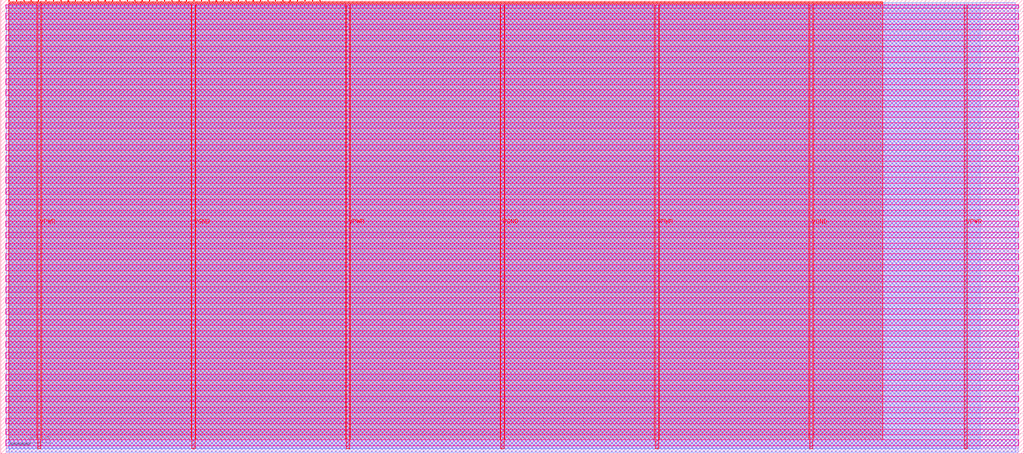
<source format=lef>
VERSION 5.7 ;
  NOWIREEXTENSIONATPIN ON ;
  DIVIDERCHAR "/" ;
  BUSBITCHARS "[]" ;
MACRO tt_um_adonairc_dda
  CLASS BLOCK ;
  FOREIGN tt_um_adonairc_dda ;
  ORIGIN 0.000 0.000 ;
  SIZE 508.760 BY 225.760 ;
  PIN VGND
    DIRECTION INOUT ;
    USE GROUND ;
    PORT
      LAYER met4 ;
        RECT 95.080 2.480 96.680 223.280 ;
    END
    PORT
      LAYER met4 ;
        RECT 248.680 2.480 250.280 223.280 ;
    END
    PORT
      LAYER met4 ;
        RECT 402.280 2.480 403.880 223.280 ;
    END
  END VGND
  PIN VPWR
    DIRECTION INOUT ;
    USE POWER ;
    PORT
      LAYER met4 ;
        RECT 18.280 2.480 19.880 223.280 ;
    END
    PORT
      LAYER met4 ;
        RECT 171.880 2.480 173.480 223.280 ;
    END
    PORT
      LAYER met4 ;
        RECT 325.480 2.480 327.080 223.280 ;
    END
    PORT
      LAYER met4 ;
        RECT 479.080 2.480 480.680 223.280 ;
    END
  END VPWR
  PIN clk
    DIRECTION INPUT ;
    USE SIGNAL ;
    ANTENNAGATEAREA 0.852000 ;
    PORT
      LAYER met4 ;
        RECT 154.870 224.760 155.170 225.760 ;
    END
  END clk
  PIN ena
    DIRECTION INPUT ;
    USE SIGNAL ;
    PORT
      LAYER met4 ;
        RECT 158.550 224.760 158.850 225.760 ;
    END
  END ena
  PIN rst_n
    DIRECTION INPUT ;
    USE SIGNAL ;
    ANTENNAGATEAREA 0.213000 ;
    PORT
      LAYER met4 ;
        RECT 151.190 224.760 151.490 225.760 ;
    END
  END rst_n
  PIN ui_in[0]
    DIRECTION INPUT ;
    USE SIGNAL ;
    PORT
      LAYER met4 ;
        RECT 147.510 224.760 147.810 225.760 ;
    END
  END ui_in[0]
  PIN ui_in[1]
    DIRECTION INPUT ;
    USE SIGNAL ;
    PORT
      LAYER met4 ;
        RECT 143.830 224.760 144.130 225.760 ;
    END
  END ui_in[1]
  PIN ui_in[2]
    DIRECTION INPUT ;
    USE SIGNAL ;
    PORT
      LAYER met4 ;
        RECT 140.150 224.760 140.450 225.760 ;
    END
  END ui_in[2]
  PIN ui_in[3]
    DIRECTION INPUT ;
    USE SIGNAL ;
    PORT
      LAYER met4 ;
        RECT 136.470 224.760 136.770 225.760 ;
    END
  END ui_in[3]
  PIN ui_in[4]
    DIRECTION INPUT ;
    USE SIGNAL ;
    PORT
      LAYER met4 ;
        RECT 132.790 224.760 133.090 225.760 ;
    END
  END ui_in[4]
  PIN ui_in[5]
    DIRECTION INPUT ;
    USE SIGNAL ;
    PORT
      LAYER met4 ;
        RECT 129.110 224.760 129.410 225.760 ;
    END
  END ui_in[5]
  PIN ui_in[6]
    DIRECTION INPUT ;
    USE SIGNAL ;
    PORT
      LAYER met4 ;
        RECT 125.430 224.760 125.730 225.760 ;
    END
  END ui_in[6]
  PIN ui_in[7]
    DIRECTION INPUT ;
    USE SIGNAL ;
    PORT
      LAYER met4 ;
        RECT 121.750 224.760 122.050 225.760 ;
    END
  END ui_in[7]
  PIN uio_in[0]
    DIRECTION INPUT ;
    USE SIGNAL ;
    ANTENNAGATEAREA 0.196500 ;
    PORT
      LAYER met4 ;
        RECT 118.070 224.760 118.370 225.760 ;
    END
  END uio_in[0]
  PIN uio_in[1]
    DIRECTION INPUT ;
    USE SIGNAL ;
    ANTENNAGATEAREA 0.196500 ;
    PORT
      LAYER met4 ;
        RECT 114.390 224.760 114.690 225.760 ;
    END
  END uio_in[1]
  PIN uio_in[2]
    DIRECTION INPUT ;
    USE SIGNAL ;
    PORT
      LAYER met4 ;
        RECT 110.710 224.760 111.010 225.760 ;
    END
  END uio_in[2]
  PIN uio_in[3]
    DIRECTION INPUT ;
    USE SIGNAL ;
    ANTENNAGATEAREA 0.196500 ;
    PORT
      LAYER met4 ;
        RECT 107.030 224.760 107.330 225.760 ;
    END
  END uio_in[3]
  PIN uio_in[4]
    DIRECTION INPUT ;
    USE SIGNAL ;
    PORT
      LAYER met4 ;
        RECT 103.350 224.760 103.650 225.760 ;
    END
  END uio_in[4]
  PIN uio_in[5]
    DIRECTION INPUT ;
    USE SIGNAL ;
    PORT
      LAYER met4 ;
        RECT 99.670 224.760 99.970 225.760 ;
    END
  END uio_in[5]
  PIN uio_in[6]
    DIRECTION INPUT ;
    USE SIGNAL ;
    PORT
      LAYER met4 ;
        RECT 95.990 224.760 96.290 225.760 ;
    END
  END uio_in[6]
  PIN uio_in[7]
    DIRECTION INPUT ;
    USE SIGNAL ;
    PORT
      LAYER met4 ;
        RECT 92.310 224.760 92.610 225.760 ;
    END
  END uio_in[7]
  PIN uio_oe[0]
    DIRECTION OUTPUT TRISTATE ;
    USE SIGNAL ;
    PORT
      LAYER met4 ;
        RECT 29.750 224.760 30.050 225.760 ;
    END
  END uio_oe[0]
  PIN uio_oe[1]
    DIRECTION OUTPUT TRISTATE ;
    USE SIGNAL ;
    PORT
      LAYER met4 ;
        RECT 26.070 224.760 26.370 225.760 ;
    END
  END uio_oe[1]
  PIN uio_oe[2]
    DIRECTION OUTPUT TRISTATE ;
    USE SIGNAL ;
    PORT
      LAYER met4 ;
        RECT 22.390 224.760 22.690 225.760 ;
    END
  END uio_oe[2]
  PIN uio_oe[3]
    DIRECTION OUTPUT TRISTATE ;
    USE SIGNAL ;
    PORT
      LAYER met4 ;
        RECT 18.710 224.760 19.010 225.760 ;
    END
  END uio_oe[3]
  PIN uio_oe[4]
    DIRECTION OUTPUT TRISTATE ;
    USE SIGNAL ;
    PORT
      LAYER met4 ;
        RECT 15.030 224.760 15.330 225.760 ;
    END
  END uio_oe[4]
  PIN uio_oe[5]
    DIRECTION OUTPUT TRISTATE ;
    USE SIGNAL ;
    PORT
      LAYER met4 ;
        RECT 11.350 224.760 11.650 225.760 ;
    END
  END uio_oe[5]
  PIN uio_oe[6]
    DIRECTION OUTPUT TRISTATE ;
    USE SIGNAL ;
    PORT
      LAYER met4 ;
        RECT 7.670 224.760 7.970 225.760 ;
    END
  END uio_oe[6]
  PIN uio_oe[7]
    DIRECTION OUTPUT TRISTATE ;
    USE SIGNAL ;
    PORT
      LAYER met4 ;
        RECT 3.990 224.760 4.290 225.760 ;
    END
  END uio_oe[7]
  PIN uio_out[0]
    DIRECTION OUTPUT TRISTATE ;
    USE SIGNAL ;
    PORT
      LAYER met4 ;
        RECT 59.190 224.760 59.490 225.760 ;
    END
  END uio_out[0]
  PIN uio_out[1]
    DIRECTION OUTPUT TRISTATE ;
    USE SIGNAL ;
    PORT
      LAYER met4 ;
        RECT 55.510 224.760 55.810 225.760 ;
    END
  END uio_out[1]
  PIN uio_out[2]
    DIRECTION OUTPUT TRISTATE ;
    USE SIGNAL ;
    ANTENNADIFFAREA 0.891000 ;
    PORT
      LAYER met4 ;
        RECT 51.830 224.760 52.130 225.760 ;
    END
  END uio_out[2]
  PIN uio_out[3]
    DIRECTION OUTPUT TRISTATE ;
    USE SIGNAL ;
    PORT
      LAYER met4 ;
        RECT 48.150 224.760 48.450 225.760 ;
    END
  END uio_out[3]
  PIN uio_out[4]
    DIRECTION OUTPUT TRISTATE ;
    USE SIGNAL ;
    PORT
      LAYER met4 ;
        RECT 44.470 224.760 44.770 225.760 ;
    END
  END uio_out[4]
  PIN uio_out[5]
    DIRECTION OUTPUT TRISTATE ;
    USE SIGNAL ;
    PORT
      LAYER met4 ;
        RECT 40.790 224.760 41.090 225.760 ;
    END
  END uio_out[5]
  PIN uio_out[6]
    DIRECTION OUTPUT TRISTATE ;
    USE SIGNAL ;
    PORT
      LAYER met4 ;
        RECT 37.110 224.760 37.410 225.760 ;
    END
  END uio_out[6]
  PIN uio_out[7]
    DIRECTION OUTPUT TRISTATE ;
    USE SIGNAL ;
    PORT
      LAYER met4 ;
        RECT 33.430 224.760 33.730 225.760 ;
    END
  END uio_out[7]
  PIN uo_out[0]
    DIRECTION OUTPUT TRISTATE ;
    USE SIGNAL ;
    PORT
      LAYER met4 ;
        RECT 88.630 224.760 88.930 225.760 ;
    END
  END uo_out[0]
  PIN uo_out[1]
    DIRECTION OUTPUT TRISTATE ;
    USE SIGNAL ;
    PORT
      LAYER met4 ;
        RECT 84.950 224.760 85.250 225.760 ;
    END
  END uo_out[1]
  PIN uo_out[2]
    DIRECTION OUTPUT TRISTATE ;
    USE SIGNAL ;
    PORT
      LAYER met4 ;
        RECT 81.270 224.760 81.570 225.760 ;
    END
  END uo_out[2]
  PIN uo_out[3]
    DIRECTION OUTPUT TRISTATE ;
    USE SIGNAL ;
    PORT
      LAYER met4 ;
        RECT 77.590 224.760 77.890 225.760 ;
    END
  END uo_out[3]
  PIN uo_out[4]
    DIRECTION OUTPUT TRISTATE ;
    USE SIGNAL ;
    PORT
      LAYER met4 ;
        RECT 73.910 224.760 74.210 225.760 ;
    END
  END uo_out[4]
  PIN uo_out[5]
    DIRECTION OUTPUT TRISTATE ;
    USE SIGNAL ;
    PORT
      LAYER met4 ;
        RECT 70.230 224.760 70.530 225.760 ;
    END
  END uo_out[5]
  PIN uo_out[6]
    DIRECTION OUTPUT TRISTATE ;
    USE SIGNAL ;
    PORT
      LAYER met4 ;
        RECT 66.550 224.760 66.850 225.760 ;
    END
  END uo_out[6]
  PIN uo_out[7]
    DIRECTION OUTPUT TRISTATE ;
    USE SIGNAL ;
    PORT
      LAYER met4 ;
        RECT 62.870 224.760 63.170 225.760 ;
    END
  END uo_out[7]
  OBS
      LAYER nwell ;
        RECT 2.570 221.625 506.190 223.230 ;
        RECT 2.570 216.185 506.190 219.015 ;
        RECT 2.570 210.745 506.190 213.575 ;
        RECT 2.570 205.305 506.190 208.135 ;
        RECT 2.570 199.865 506.190 202.695 ;
        RECT 2.570 194.425 506.190 197.255 ;
        RECT 2.570 188.985 506.190 191.815 ;
        RECT 2.570 183.545 506.190 186.375 ;
        RECT 2.570 178.105 506.190 180.935 ;
        RECT 2.570 172.665 506.190 175.495 ;
        RECT 2.570 167.225 506.190 170.055 ;
        RECT 2.570 161.785 506.190 164.615 ;
        RECT 2.570 156.345 506.190 159.175 ;
        RECT 2.570 150.905 506.190 153.735 ;
        RECT 2.570 145.465 506.190 148.295 ;
        RECT 2.570 140.025 506.190 142.855 ;
        RECT 2.570 134.585 506.190 137.415 ;
        RECT 2.570 129.145 506.190 131.975 ;
        RECT 2.570 123.705 506.190 126.535 ;
        RECT 2.570 118.265 506.190 121.095 ;
        RECT 2.570 112.825 506.190 115.655 ;
        RECT 2.570 107.385 506.190 110.215 ;
        RECT 2.570 101.945 506.190 104.775 ;
        RECT 2.570 96.505 506.190 99.335 ;
        RECT 2.570 91.065 506.190 93.895 ;
        RECT 2.570 85.625 506.190 88.455 ;
        RECT 2.570 80.185 506.190 83.015 ;
        RECT 2.570 74.745 506.190 77.575 ;
        RECT 2.570 69.305 506.190 72.135 ;
        RECT 2.570 63.865 506.190 66.695 ;
        RECT 2.570 58.425 506.190 61.255 ;
        RECT 2.570 52.985 506.190 55.815 ;
        RECT 2.570 47.545 506.190 50.375 ;
        RECT 2.570 42.105 506.190 44.935 ;
        RECT 2.570 36.665 506.190 39.495 ;
        RECT 2.570 31.225 506.190 34.055 ;
        RECT 2.570 25.785 506.190 28.615 ;
        RECT 2.570 20.345 506.190 23.175 ;
        RECT 2.570 14.905 506.190 17.735 ;
        RECT 2.570 9.465 506.190 12.295 ;
        RECT 2.570 4.025 506.190 6.855 ;
      LAYER li1 ;
        RECT 2.760 2.635 506.000 223.125 ;
      LAYER met1 ;
        RECT 2.760 0.720 506.000 223.280 ;
      LAYER met2 ;
        RECT 4.230 0.690 504.520 224.245 ;
      LAYER met3 ;
        RECT 3.950 2.555 487.075 224.225 ;
      LAYER met4 ;
        RECT 4.690 224.360 7.270 224.760 ;
        RECT 8.370 224.360 10.950 224.760 ;
        RECT 12.050 224.360 14.630 224.760 ;
        RECT 15.730 224.360 18.310 224.760 ;
        RECT 19.410 224.360 21.990 224.760 ;
        RECT 23.090 224.360 25.670 224.760 ;
        RECT 26.770 224.360 29.350 224.760 ;
        RECT 30.450 224.360 33.030 224.760 ;
        RECT 34.130 224.360 36.710 224.760 ;
        RECT 37.810 224.360 40.390 224.760 ;
        RECT 41.490 224.360 44.070 224.760 ;
        RECT 45.170 224.360 47.750 224.760 ;
        RECT 48.850 224.360 51.430 224.760 ;
        RECT 52.530 224.360 55.110 224.760 ;
        RECT 56.210 224.360 58.790 224.760 ;
        RECT 59.890 224.360 62.470 224.760 ;
        RECT 63.570 224.360 66.150 224.760 ;
        RECT 67.250 224.360 69.830 224.760 ;
        RECT 70.930 224.360 73.510 224.760 ;
        RECT 74.610 224.360 77.190 224.760 ;
        RECT 78.290 224.360 80.870 224.760 ;
        RECT 81.970 224.360 84.550 224.760 ;
        RECT 85.650 224.360 88.230 224.760 ;
        RECT 89.330 224.360 91.910 224.760 ;
        RECT 93.010 224.360 95.590 224.760 ;
        RECT 96.690 224.360 99.270 224.760 ;
        RECT 100.370 224.360 102.950 224.760 ;
        RECT 104.050 224.360 106.630 224.760 ;
        RECT 107.730 224.360 110.310 224.760 ;
        RECT 111.410 224.360 113.990 224.760 ;
        RECT 115.090 224.360 117.670 224.760 ;
        RECT 118.770 224.360 121.350 224.760 ;
        RECT 122.450 224.360 125.030 224.760 ;
        RECT 126.130 224.360 128.710 224.760 ;
        RECT 129.810 224.360 132.390 224.760 ;
        RECT 133.490 224.360 136.070 224.760 ;
        RECT 137.170 224.360 139.750 224.760 ;
        RECT 140.850 224.360 143.430 224.760 ;
        RECT 144.530 224.360 147.110 224.760 ;
        RECT 148.210 224.360 150.790 224.760 ;
        RECT 151.890 224.360 154.470 224.760 ;
        RECT 155.570 224.360 158.150 224.760 ;
        RECT 159.250 224.360 438.545 224.760 ;
        RECT 3.975 223.680 438.545 224.360 ;
        RECT 3.975 6.975 17.880 223.680 ;
        RECT 20.280 6.975 94.680 223.680 ;
        RECT 97.080 6.975 171.480 223.680 ;
        RECT 173.880 6.975 248.280 223.680 ;
        RECT 250.680 6.975 325.080 223.680 ;
        RECT 327.480 6.975 401.880 223.680 ;
        RECT 404.280 6.975 438.545 223.680 ;
  END
END tt_um_adonairc_dda
END LIBRARY


</source>
